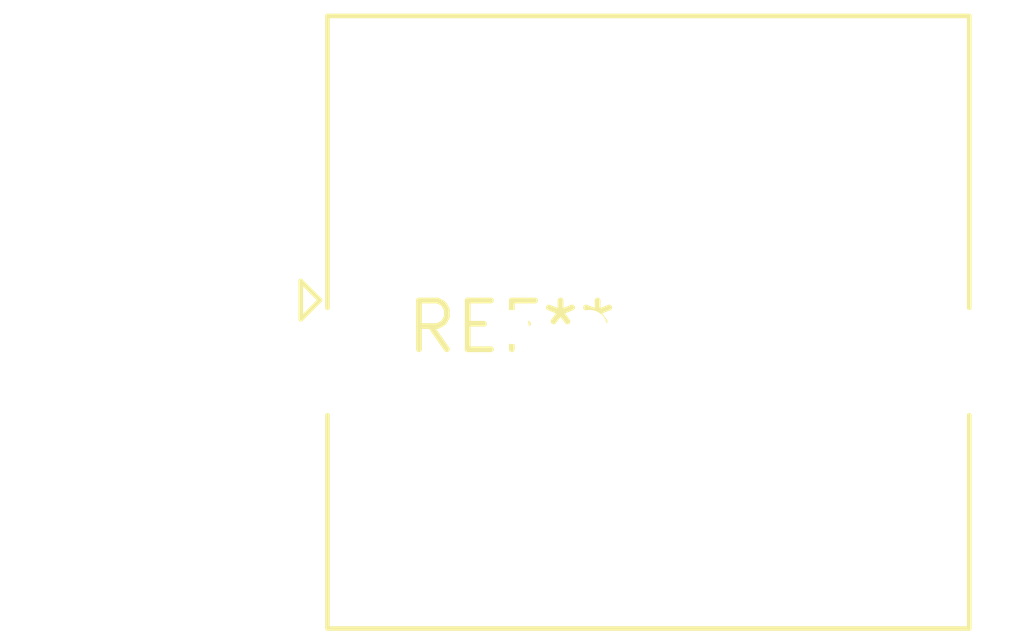
<source format=kicad_pcb>
(kicad_pcb (version 20240108) (generator pcbnew)
  (layers (0 "F.Cu" signal) (31 "B.Cu" signal) (34 "B.Paste" user) (35 "F.Paste" user) (36 "B.SilkS" user "B.Silkscreen") (37 "F.SilkS" user "F.Silkscreen") (38 "B.Mask" user) (39 "F.Mask" user) (44 "Edge.Cuts" user))
  (net 0 "")
  (footprint "RJ45_Amphenol_RJHSE5380" (layer "F.Cu") (at 0 0)
    (property "Reference" "REF**")
    (property "Value" "RJ45_Amphenol_RJHSE5380")
    (fp_line (start -5.5 -1.2) (end -5 -0.7) (layer "F.SilkS") (stroke (width 0.12)))
    (fp_line (start -5.5 -0.2) (end -5.5 -1.2) (layer "F.SilkS") (stroke (width 0.12)))
    (fp_line (start -5 -0.7) (end -5.5 -0.2) (layer "F.SilkS") (stroke (width 0.12)))
    (fp_line (start -4.805 -8.11) (end -4.805 -0.5) (layer "F.SilkS") (stroke (width 0.12)))
    (fp_line (start -4.805 7.86) (end -4.805 2.3) (layer "F.SilkS") (stroke (width 0.12)))
    (fp_line (start -4.76 -8.11) (end 11.88 -8.11) (layer "F.SilkS") (stroke (width 0.12)))
    (fp_line (start -4.76 7.86) (end 11.925 7.86) (layer "F.SilkS") (stroke (width 0.12)))
    (fp_line (start 11.925 -8.11) (end 11.925 -0.5) (layer "F.SilkS") (stroke (width 0.12)))
    (fp_line (start 11.925 7.86) (end 11.925 2.3) (layer "F.SilkS") (stroke (width 0.12)))
    (pad "" np_thru_hole circle (at -2.79 -2.54) (size 3.25 3.25) (drill 3.25) (layers *.Cu *.Mask))
    (pad "" np_thru_hole circle (at 9.91 -2.54) (size 3.25 3.25) (drill 3.25) (layers *.Cu *.Mask))
    (pad "1" thru_hole rect (at 0 0) (size 1.5 1.5) (drill 0.89) (layers *.Cu *.Mask) (remove_unused_layers))
    (pad "2" thru_hole circle (at 1.016 1.78) (size 1.5 1.5) (drill 0.89) (layers *.Cu *.Mask) (remove_unused_layers))
    (pad "3" thru_hole circle (at 2.032 0) (size 1.5 1.5) (drill 0.89) (layers *.Cu *.Mask) (remove_unused_layers))
    (pad "4" thru_hole circle (at 3.048 1.78) (size 1.5 1.5) (drill 0.89) (layers *.Cu *.Mask) (remove_unused_layers))
    (pad "5" thru_hole circle (at 4.064 0) (size 1.5 1.5) (drill 0.89) (layers *.Cu *.Mask) (remove_unused_layers))
    (pad "6" thru_hole circle (at 5.08 1.78) (size 1.5 1.5) (drill 0.89) (layers *.Cu *.Mask) (remove_unused_layers))
    (pad "7" thru_hole circle (at 6.096 0) (size 1.5 1.5) (drill 0.89) (layers *.Cu *.Mask) (remove_unused_layers))
    (pad "8" thru_hole circle (at 7.112 1.78) (size 1.5 1.5) (drill 0.89) (layers *.Cu *.Mask) (remove_unused_layers))
    (pad "SH" thru_hole circle (at -4.57 0.89) (size 2.3 2.3) (drill 1.57) (layers *.Cu *.Mask) (remove_unused_layers))
    (pad "SH" thru_hole circle (at 11.69 0.89) (size 2.3 2.3) (drill 1.57) (layers *.Cu *.Mask) (remove_unused_layers))
  )
)
</source>
